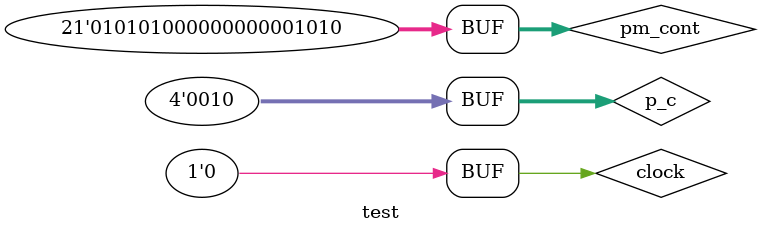
<source format=v>
`timescale 1ns / 1ps


module test;

	// Inputs
	reg clock;
	reg [20:0] pm_cont;
	reg [3:0] p_c;

	// Outputs
	wire [7:0] dataout;
	wire [3:0] p_c_out ;

	// Bidirs
	// Instantiate the Unit Under Test (UUT)
	eucl uut (
		.clock(clock), 
		.pm_cont(pm_cont), 
		.dataout(dataout), 
		.p_c(p_c),.p_c_out(p_c_out)
	);

	initial begin
		// Initialize Inputs
		clock = 0;
		pm_cont=21'b010101000110000000010;
		p_c = 0;
		// Wait 100 ns for global reset to finish
		#100;
		clock=1;
		p_c = 0;
		pm_cont=21'b010101000110000000010;
		// Add stimulus here
		#100;
		clock=0;
		pm_cont=21'b010101000110000000010;
		p_c = 1;
		#100;
		clock=1;
		p_c = 1;
		pm_cont=21'b010101000110000001010;
		// Add stimulus here
		#100;
		clock=0;
		pm_cont=21'b010101000110000001010;
		p_c = 1;
		#100;
		clock=1;
		p_c = 2;
		pm_cont=21'b010101000110000001010;
		// Add stimulus here
		#100;
		clock=0;
		p_c =2;
		pm_cont=21'b010101000110000001010;
		#100;
		clock=1;
		p_c = 2;
		pm_cont=21'b010101000110000000111;
		// Add stimulus here
		#100;
		clock=0;
		p_c =2;
		pm_cont=21'b010101000110000000111;
		// Add stimulus here
		#100;
		clock=1;
		p_c = 2;
		pm_cont=21'b010101000110000000111; //1
		// Add stimulus here
		#100;
		clock=0;
		p_c =2;
		pm_cont=21'b010101000110000000111;  
		#100;
		clock=1;
		p_c = 2;
		pm_cont=21'b010101000110000000111;  //2
		// Add stimulus here
		#100;
		clock=0;
		p_c =2;
		pm_cont=21'b010101000110000000111;
		#100;
		clock=1;
		p_c = 2;
		pm_cont=21'b010101000110000000111;  //3
		// Add stimulus here
		#100;
		clock=0;
		p_c =2;
		pm_cont=21'b010101000110000000111;		
		#100;
		clock=1;
		p_c = 2;
		pm_cont=21'b010101000110000000111;  //4
		// Add stimulus here
		#100;
		clock=0;
		p_c =2;
		pm_cont=21'b010101000110000000111;		
		#100;
		clock=1;
		p_c = 2;
		pm_cont=21'b010101000110000000111;  //5
		// Add stimulus here
		#100;
		clock=0;
		p_c =2;
		pm_cont=21'b010101000110000000111;	
		#100;
		clock=1;
		p_c = 2;
		pm_cont=21'b010101000110000001010;  //6
		// Add stimulus here
		#100;
		clock=0;
		p_c =2;
		pm_cont=21'b010101000110000001010;		
		#100;
		clock=1;
		p_c = 2;
		pm_cont=21'b010101000110000001010;  
		// Add stimulus here
		#100;
		clock=0;
		p_c =2;
		pm_cont=21'b010101000110000001010;		
		#100;
		clock=1;
		p_c = 2;
		pm_cont=21'b010101000100000000010; 
		// Add stimulus here
		#100;
		clock=0;
		p_c =2;
		pm_cont=21'b010101000100000000010;
		#100;
		clock=1;
		p_c = 1;
		pm_cont=21'b010101000100000000010;
		// Add stimulus here
		#100;
		clock=0;
		pm_cont=21'b010101000100000000010;
		p_c = 1;
		#100;
		clock=1;
		p_c = 1;
		pm_cont=21'b010101000100110110011;
		// Add stimulus here
		#100;
		clock=0;
		pm_cont=21'b010101000100110110011;
		p_c = 1;
		#100;
		clock=1;
		p_c = 1;
		pm_cont=21'b010101000100110110011; //1
		// Add stimulus here
		#100;
		clock=0;
		pm_cont=21'b010101000100110110011;
		p_c = 1;
		#100;
		clock=1;
		p_c = 1;
		pm_cont=21'b010101000100110110011;  //2
		// Add stimulus here
		#100;
		clock=0;
		pm_cont=21'b010101000100110110011;
		p_c = 1;
		#100;
		clock=1;
		p_c = 1;
		pm_cont=21'b010101000100110110011;  //3
		// Add stimulus here
		#100;
		clock=0;
		pm_cont=21'b010101000100110110011; 
		p_c = 1;
		#100;
		clock=1;
		p_c = 1;
		pm_cont=21'b010101000100110110011;  //4
		// Add stimulus here
		#100;
		clock=0;
		pm_cont=21'b010101000100110110011;  
		p_c = 1;
		#100;
		clock=1;
		p_c = 1;
		pm_cont=21'b010101000100110110011;  //5
		// Add stimulus here
		#100;
		clock=0;
		pm_cont=21'b010101000100110110011;  
		p_c = 1;
		#100;
		clock=1;
		p_c = 1;
		pm_cont=21'b010101000100110110011;  //6
		// Add stimulus here
		#100;
		clock=0;
		pm_cont=21'b010101000100110110011;  
		p_c = 1;
		#100;
		clock=1;
		p_c = 1;
		pm_cont=21'b010101000100110110011;  //7
		// Add stimulus here
		#100;
		clock=0;
		pm_cont=21'b010101000100110110011;  
		p_c = 1;
		#100;
		clock=1;
		p_c = 2;
		pm_cont=21'b010101000000000001010;
		// Add stimulus here
		#100;
		clock=0;
		p_c =2;
		pm_cont=21'b010101000000000001010;
		#100;
		clock=1;
		p_c = 2;
		pm_cont=21'b010101000000000001010;
		// Add stimulus here
		#100;
		clock=0;
		p_c =2;
		pm_cont=21'b010101000000000001010;
		
		
				
	

	end
      
initial
 begin
    $dumpfile("test2.vcd");
    $dumpvars(0,test);
 end
endmodule


</source>
